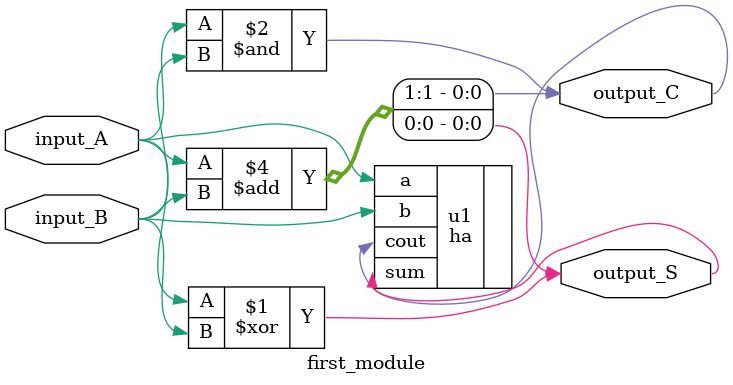
<source format=sv>
module first_module(
    input logic input_A,
    input logic input_B,
    output logic output_S, output_C
);
    
    // Structural Modeling:
    ha u1 (.a(input_A), .b(input_B), .sum(output_S), .cout(output_C));

    // Dataflow Modeling:
    assign output_S = input_A ^ input_B;
    assign output_C = input_A & input_B;

    // Behavioral Modeling:
    always_comb begin
        {output_C, output_S} = input_A + input_B;
    end

endmodule


</source>
